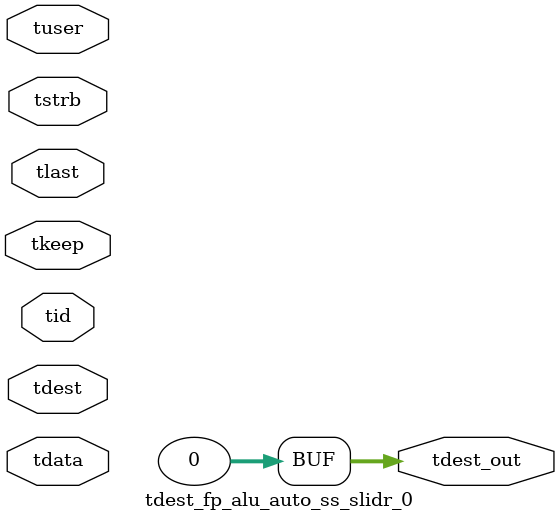
<source format=v>


`timescale 1ps/1ps

module tdest_fp_alu_auto_ss_slidr_0 #
(
parameter C_S_AXIS_TDATA_WIDTH = 32,
parameter C_S_AXIS_TUSER_WIDTH = 0,
parameter C_S_AXIS_TID_WIDTH   = 0,
parameter C_S_AXIS_TDEST_WIDTH = 0,
parameter C_M_AXIS_TDEST_WIDTH = 32
)
(
input  [(C_S_AXIS_TDATA_WIDTH == 0 ? 1 : C_S_AXIS_TDATA_WIDTH)-1:0     ] tdata,
input  [(C_S_AXIS_TUSER_WIDTH == 0 ? 1 : C_S_AXIS_TUSER_WIDTH)-1:0     ] tuser,
input  [(C_S_AXIS_TID_WIDTH   == 0 ? 1 : C_S_AXIS_TID_WIDTH)-1:0       ] tid,
input  [(C_S_AXIS_TDEST_WIDTH == 0 ? 1 : C_S_AXIS_TDEST_WIDTH)-1:0     ] tdest,
input  [(C_S_AXIS_TDATA_WIDTH/8)-1:0 ] tkeep,
input  [(C_S_AXIS_TDATA_WIDTH/8)-1:0 ] tstrb,
input                                                                    tlast,
output [C_M_AXIS_TDEST_WIDTH-1:0] tdest_out
);

assign tdest_out = {1'b0};

endmodule


</source>
